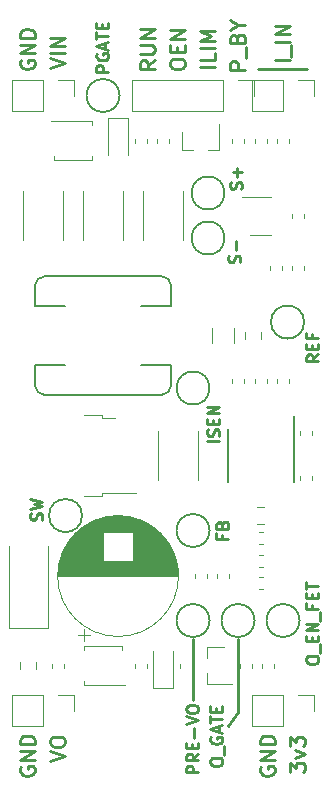
<source format=gbr>
G04 #@! TF.GenerationSoftware,KiCad,Pcbnew,(5.1.2)-2*
G04 #@! TF.CreationDate,2019-08-30T17:03:03-04:00*
G04 #@! TF.ProjectId,Charger SubBoard 0-2,43686172-6765-4722-9053-7562426f6172,rev?*
G04 #@! TF.SameCoordinates,Original*
G04 #@! TF.FileFunction,Legend,Top*
G04 #@! TF.FilePolarity,Positive*
%FSLAX46Y46*%
G04 Gerber Fmt 4.6, Leading zero omitted, Abs format (unit mm)*
G04 Created by KiCad (PCBNEW (5.1.2)-2) date 2019-08-30 17:03:03*
%MOMM*%
%LPD*%
G04 APERTURE LIST*
%ADD10C,0.254000*%
%ADD11C,0.120000*%
%ADD12C,0.200000*%
%ADD13C,0.150000*%
G04 APERTURE END LIST*
D10*
X164543619Y-103728761D02*
X164543619Y-103535238D01*
X164592000Y-103438476D01*
X164688761Y-103341714D01*
X164882285Y-103293333D01*
X165220952Y-103293333D01*
X165414476Y-103341714D01*
X165511238Y-103438476D01*
X165559619Y-103535238D01*
X165559619Y-103728761D01*
X165511238Y-103825523D01*
X165414476Y-103922285D01*
X165220952Y-103970666D01*
X164882285Y-103970666D01*
X164688761Y-103922285D01*
X164592000Y-103825523D01*
X164543619Y-103728761D01*
X165656380Y-103099809D02*
X165656380Y-102325714D01*
X165027428Y-102083809D02*
X165027428Y-101745142D01*
X165559619Y-101600000D02*
X165559619Y-102083809D01*
X164543619Y-102083809D01*
X164543619Y-101600000D01*
X165559619Y-101164571D02*
X164543619Y-101164571D01*
X165559619Y-100584000D01*
X164543619Y-100584000D01*
X165656380Y-100342095D02*
X165656380Y-99568000D01*
X165027428Y-98987428D02*
X165027428Y-99326095D01*
X165559619Y-99326095D02*
X164543619Y-99326095D01*
X164543619Y-98842285D01*
X165027428Y-98455238D02*
X165027428Y-98116571D01*
X165559619Y-97971428D02*
X165559619Y-98455238D01*
X164543619Y-98455238D01*
X164543619Y-97971428D01*
X164543619Y-97681142D02*
X164543619Y-97100571D01*
X165559619Y-97390857D02*
X164543619Y-97390857D01*
X158750000Y-108077000D02*
X158750000Y-101854000D01*
X157861000Y-109220000D02*
X158750000Y-108077000D01*
X154940000Y-107061000D02*
X154940000Y-101854000D01*
X156415619Y-112382904D02*
X156415619Y-112189380D01*
X156464000Y-112092619D01*
X156560761Y-111995857D01*
X156754285Y-111947476D01*
X157092952Y-111947476D01*
X157286476Y-111995857D01*
X157383238Y-112092619D01*
X157431619Y-112189380D01*
X157431619Y-112382904D01*
X157383238Y-112479666D01*
X157286476Y-112576428D01*
X157092952Y-112624809D01*
X156754285Y-112624809D01*
X156560761Y-112576428D01*
X156464000Y-112479666D01*
X156415619Y-112382904D01*
X157528380Y-111753952D02*
X157528380Y-110979857D01*
X156464000Y-110205761D02*
X156415619Y-110302523D01*
X156415619Y-110447666D01*
X156464000Y-110592809D01*
X156560761Y-110689571D01*
X156657523Y-110737952D01*
X156851047Y-110786333D01*
X156996190Y-110786333D01*
X157189714Y-110737952D01*
X157286476Y-110689571D01*
X157383238Y-110592809D01*
X157431619Y-110447666D01*
X157431619Y-110350904D01*
X157383238Y-110205761D01*
X157334857Y-110157380D01*
X156996190Y-110157380D01*
X156996190Y-110350904D01*
X157141333Y-109770333D02*
X157141333Y-109286523D01*
X157431619Y-109867095D02*
X156415619Y-109528428D01*
X157431619Y-109189761D01*
X156415619Y-108996238D02*
X156415619Y-108415666D01*
X157431619Y-108705952D02*
X156415619Y-108705952D01*
X156899428Y-108077000D02*
X156899428Y-107738333D01*
X157431619Y-107593190D02*
X157431619Y-108077000D01*
X156415619Y-108077000D01*
X156415619Y-107593190D01*
X155399619Y-113193285D02*
X154383619Y-113193285D01*
X154383619Y-112806238D01*
X154432000Y-112709476D01*
X154480380Y-112661095D01*
X154577142Y-112612714D01*
X154722285Y-112612714D01*
X154819047Y-112661095D01*
X154867428Y-112709476D01*
X154915809Y-112806238D01*
X154915809Y-113193285D01*
X155399619Y-111596714D02*
X154915809Y-111935380D01*
X155399619Y-112177285D02*
X154383619Y-112177285D01*
X154383619Y-111790238D01*
X154432000Y-111693476D01*
X154480380Y-111645095D01*
X154577142Y-111596714D01*
X154722285Y-111596714D01*
X154819047Y-111645095D01*
X154867428Y-111693476D01*
X154915809Y-111790238D01*
X154915809Y-112177285D01*
X154867428Y-111161285D02*
X154867428Y-110822619D01*
X155399619Y-110677476D02*
X155399619Y-111161285D01*
X154383619Y-111161285D01*
X154383619Y-110677476D01*
X155012571Y-110242047D02*
X155012571Y-109467952D01*
X154383619Y-109129285D02*
X155399619Y-108790619D01*
X154383619Y-108451952D01*
X154383619Y-107919761D02*
X154383619Y-107726238D01*
X154432000Y-107629476D01*
X154528761Y-107532714D01*
X154722285Y-107484333D01*
X155060952Y-107484333D01*
X155254476Y-107532714D01*
X155351238Y-107629476D01*
X155399619Y-107726238D01*
X155399619Y-107919761D01*
X155351238Y-108016523D01*
X155254476Y-108113285D01*
X155060952Y-108161666D01*
X154722285Y-108161666D01*
X154528761Y-108113285D01*
X154432000Y-108016523D01*
X154383619Y-107919761D01*
X142143238Y-91802857D02*
X142191619Y-91657714D01*
X142191619Y-91415809D01*
X142143238Y-91319047D01*
X142094857Y-91270666D01*
X141998095Y-91222285D01*
X141901333Y-91222285D01*
X141804571Y-91270666D01*
X141756190Y-91319047D01*
X141707809Y-91415809D01*
X141659428Y-91609333D01*
X141611047Y-91706095D01*
X141562666Y-91754476D01*
X141465904Y-91802857D01*
X141369142Y-91802857D01*
X141272380Y-91754476D01*
X141224000Y-91706095D01*
X141175619Y-91609333D01*
X141175619Y-91367428D01*
X141224000Y-91222285D01*
X141175619Y-90883619D02*
X142191619Y-90641714D01*
X141465904Y-90448190D01*
X142191619Y-90254666D01*
X141175619Y-90012761D01*
X157407428Y-93072857D02*
X157407428Y-93411523D01*
X157939619Y-93411523D02*
X156923619Y-93411523D01*
X156923619Y-92927714D01*
X157407428Y-92202000D02*
X157455809Y-92056857D01*
X157504190Y-92008476D01*
X157600952Y-91960095D01*
X157746095Y-91960095D01*
X157842857Y-92008476D01*
X157891238Y-92056857D01*
X157939619Y-92153619D01*
X157939619Y-92540666D01*
X156923619Y-92540666D01*
X156923619Y-92202000D01*
X156972000Y-92105238D01*
X157020380Y-92056857D01*
X157117142Y-92008476D01*
X157213904Y-92008476D01*
X157310666Y-92056857D01*
X157359047Y-92105238D01*
X157407428Y-92202000D01*
X157407428Y-92540666D01*
X157177619Y-85168619D02*
X156161619Y-85168619D01*
X157129238Y-84733190D02*
X157177619Y-84588047D01*
X157177619Y-84346142D01*
X157129238Y-84249380D01*
X157080857Y-84201000D01*
X156984095Y-84152619D01*
X156887333Y-84152619D01*
X156790571Y-84201000D01*
X156742190Y-84249380D01*
X156693809Y-84346142D01*
X156645428Y-84539666D01*
X156597047Y-84636428D01*
X156548666Y-84684809D01*
X156451904Y-84733190D01*
X156355142Y-84733190D01*
X156258380Y-84684809D01*
X156210000Y-84636428D01*
X156161619Y-84539666D01*
X156161619Y-84297761D01*
X156210000Y-84152619D01*
X156645428Y-83717190D02*
X156645428Y-83378523D01*
X157177619Y-83233380D02*
X157177619Y-83717190D01*
X156161619Y-83717190D01*
X156161619Y-83233380D01*
X157177619Y-82797952D02*
X156161619Y-82797952D01*
X157177619Y-82217380D01*
X156161619Y-82217380D01*
X165559619Y-77796571D02*
X165075809Y-78135238D01*
X165559619Y-78377142D02*
X164543619Y-78377142D01*
X164543619Y-77990095D01*
X164592000Y-77893333D01*
X164640380Y-77844952D01*
X164737142Y-77796571D01*
X164882285Y-77796571D01*
X164979047Y-77844952D01*
X165027428Y-77893333D01*
X165075809Y-77990095D01*
X165075809Y-78377142D01*
X165027428Y-77361142D02*
X165027428Y-77022476D01*
X165559619Y-76877333D02*
X165559619Y-77361142D01*
X164543619Y-77361142D01*
X164543619Y-76877333D01*
X165027428Y-76103238D02*
X165027428Y-76441904D01*
X165559619Y-76441904D02*
X164543619Y-76441904D01*
X164543619Y-75958095D01*
X158907238Y-70007238D02*
X158955619Y-69862095D01*
X158955619Y-69620190D01*
X158907238Y-69523428D01*
X158858857Y-69475047D01*
X158762095Y-69426666D01*
X158665333Y-69426666D01*
X158568571Y-69475047D01*
X158520190Y-69523428D01*
X158471809Y-69620190D01*
X158423428Y-69813714D01*
X158375047Y-69910476D01*
X158326666Y-69958857D01*
X158229904Y-70007238D01*
X158133142Y-70007238D01*
X158036380Y-69958857D01*
X157988000Y-69910476D01*
X157939619Y-69813714D01*
X157939619Y-69571809D01*
X157988000Y-69426666D01*
X158568571Y-68991238D02*
X158568571Y-68217142D01*
X159034238Y-63784238D02*
X159082619Y-63639095D01*
X159082619Y-63397190D01*
X159034238Y-63300428D01*
X158985857Y-63252047D01*
X158889095Y-63203666D01*
X158792333Y-63203666D01*
X158695571Y-63252047D01*
X158647190Y-63300428D01*
X158598809Y-63397190D01*
X158550428Y-63590714D01*
X158502047Y-63687476D01*
X158453666Y-63735857D01*
X158356904Y-63784238D01*
X158260142Y-63784238D01*
X158163380Y-63735857D01*
X158115000Y-63687476D01*
X158066619Y-63590714D01*
X158066619Y-63348809D01*
X158115000Y-63203666D01*
X158695571Y-62768238D02*
X158695571Y-61994142D01*
X159082619Y-62381190D02*
X158308523Y-62381190D01*
X147779619Y-53872190D02*
X146763619Y-53872190D01*
X146763619Y-53485142D01*
X146812000Y-53388380D01*
X146860380Y-53340000D01*
X146957142Y-53291619D01*
X147102285Y-53291619D01*
X147199047Y-53340000D01*
X147247428Y-53388380D01*
X147295809Y-53485142D01*
X147295809Y-53872190D01*
X146812000Y-52324000D02*
X146763619Y-52420761D01*
X146763619Y-52565904D01*
X146812000Y-52711047D01*
X146908761Y-52807809D01*
X147005523Y-52856190D01*
X147199047Y-52904571D01*
X147344190Y-52904571D01*
X147537714Y-52856190D01*
X147634476Y-52807809D01*
X147731238Y-52711047D01*
X147779619Y-52565904D01*
X147779619Y-52469142D01*
X147731238Y-52324000D01*
X147682857Y-52275619D01*
X147344190Y-52275619D01*
X147344190Y-52469142D01*
X147489333Y-51888571D02*
X147489333Y-51404761D01*
X147779619Y-51985333D02*
X146763619Y-51646666D01*
X147779619Y-51308000D01*
X146763619Y-51114476D02*
X146763619Y-50533904D01*
X147779619Y-50824190D02*
X146763619Y-50824190D01*
X147247428Y-50195238D02*
X147247428Y-49856571D01*
X147779619Y-49711428D02*
X147779619Y-50195238D01*
X146763619Y-50195238D01*
X146763619Y-49711428D01*
X163134523Y-113144904D02*
X163134523Y-112358714D01*
X163618333Y-112782047D01*
X163618333Y-112600619D01*
X163678809Y-112479666D01*
X163739285Y-112419190D01*
X163860238Y-112358714D01*
X164162619Y-112358714D01*
X164283571Y-112419190D01*
X164344047Y-112479666D01*
X164404523Y-112600619D01*
X164404523Y-112963476D01*
X164344047Y-113084428D01*
X164283571Y-113144904D01*
X163557857Y-111935380D02*
X164404523Y-111633000D01*
X163557857Y-111330619D01*
X163134523Y-110967761D02*
X163134523Y-110181571D01*
X163618333Y-110604904D01*
X163618333Y-110423476D01*
X163678809Y-110302523D01*
X163739285Y-110242047D01*
X163860238Y-110181571D01*
X164162619Y-110181571D01*
X164283571Y-110242047D01*
X164344047Y-110302523D01*
X164404523Y-110423476D01*
X164404523Y-110786333D01*
X164344047Y-110907285D01*
X164283571Y-110967761D01*
X160655000Y-112727619D02*
X160594523Y-112848571D01*
X160594523Y-113030000D01*
X160655000Y-113211428D01*
X160775952Y-113332380D01*
X160896904Y-113392857D01*
X161138809Y-113453333D01*
X161320238Y-113453333D01*
X161562142Y-113392857D01*
X161683095Y-113332380D01*
X161804047Y-113211428D01*
X161864523Y-113030000D01*
X161864523Y-112909047D01*
X161804047Y-112727619D01*
X161743571Y-112667142D01*
X161320238Y-112667142D01*
X161320238Y-112909047D01*
X161864523Y-112122857D02*
X160594523Y-112122857D01*
X161864523Y-111397142D01*
X160594523Y-111397142D01*
X161864523Y-110792380D02*
X160594523Y-110792380D01*
X160594523Y-110490000D01*
X160655000Y-110308571D01*
X160775952Y-110187619D01*
X160896904Y-110127142D01*
X161138809Y-110066666D01*
X161320238Y-110066666D01*
X161562142Y-110127142D01*
X161683095Y-110187619D01*
X161804047Y-110308571D01*
X161864523Y-110490000D01*
X161864523Y-110792380D01*
X142814523Y-112213571D02*
X144084523Y-111790238D01*
X142814523Y-111366904D01*
X142814523Y-110701666D02*
X142814523Y-110459761D01*
X142875000Y-110338809D01*
X142995952Y-110217857D01*
X143237857Y-110157380D01*
X143661190Y-110157380D01*
X143903095Y-110217857D01*
X144024047Y-110338809D01*
X144084523Y-110459761D01*
X144084523Y-110701666D01*
X144024047Y-110822619D01*
X143903095Y-110943571D01*
X143661190Y-111004047D01*
X143237857Y-111004047D01*
X142995952Y-110943571D01*
X142875000Y-110822619D01*
X142814523Y-110701666D01*
X140335000Y-112727619D02*
X140274523Y-112848571D01*
X140274523Y-113030000D01*
X140335000Y-113211428D01*
X140455952Y-113332380D01*
X140576904Y-113392857D01*
X140818809Y-113453333D01*
X141000238Y-113453333D01*
X141242142Y-113392857D01*
X141363095Y-113332380D01*
X141484047Y-113211428D01*
X141544523Y-113030000D01*
X141544523Y-112909047D01*
X141484047Y-112727619D01*
X141423571Y-112667142D01*
X141000238Y-112667142D01*
X141000238Y-112909047D01*
X141544523Y-112122857D02*
X140274523Y-112122857D01*
X141544523Y-111397142D01*
X140274523Y-111397142D01*
X141544523Y-110792380D02*
X140274523Y-110792380D01*
X140274523Y-110490000D01*
X140335000Y-110308571D01*
X140455952Y-110187619D01*
X140576904Y-110127142D01*
X140818809Y-110066666D01*
X141000238Y-110066666D01*
X141242142Y-110127142D01*
X141363095Y-110187619D01*
X141484047Y-110308571D01*
X141544523Y-110490000D01*
X141544523Y-110792380D01*
X160401000Y-53594000D02*
X164592000Y-53594000D01*
X163134523Y-52886428D02*
X161864523Y-52886428D01*
X163255476Y-52584047D02*
X163255476Y-51616428D01*
X163134523Y-51314047D02*
X161864523Y-51314047D01*
X163134523Y-50709285D02*
X161864523Y-50709285D01*
X163134523Y-49983571D01*
X161864523Y-49983571D01*
X159324523Y-53684714D02*
X158054523Y-53684714D01*
X158054523Y-53200904D01*
X158115000Y-53079952D01*
X158175476Y-53019476D01*
X158296428Y-52959000D01*
X158477857Y-52959000D01*
X158598809Y-53019476D01*
X158659285Y-53079952D01*
X158719761Y-53200904D01*
X158719761Y-53684714D01*
X159445476Y-52717095D02*
X159445476Y-51749476D01*
X158659285Y-51023761D02*
X158719761Y-50842333D01*
X158780238Y-50781857D01*
X158901190Y-50721380D01*
X159082619Y-50721380D01*
X159203571Y-50781857D01*
X159264047Y-50842333D01*
X159324523Y-50963285D01*
X159324523Y-51447095D01*
X158054523Y-51447095D01*
X158054523Y-51023761D01*
X158115000Y-50902809D01*
X158175476Y-50842333D01*
X158296428Y-50781857D01*
X158417380Y-50781857D01*
X158538333Y-50842333D01*
X158598809Y-50902809D01*
X158659285Y-51023761D01*
X158659285Y-51447095D01*
X158719761Y-49935190D02*
X159324523Y-49935190D01*
X158054523Y-50358523D02*
X158719761Y-49935190D01*
X158054523Y-49511857D01*
X156784523Y-53485142D02*
X155514523Y-53485142D01*
X156784523Y-52275619D02*
X156784523Y-52880380D01*
X155514523Y-52880380D01*
X156784523Y-51852285D02*
X155514523Y-51852285D01*
X156784523Y-51247523D02*
X155514523Y-51247523D01*
X156421666Y-50824190D01*
X155514523Y-50400857D01*
X156784523Y-50400857D01*
X152974523Y-53303714D02*
X152974523Y-53061809D01*
X153035000Y-52940857D01*
X153155952Y-52819904D01*
X153397857Y-52759428D01*
X153821190Y-52759428D01*
X154063095Y-52819904D01*
X154184047Y-52940857D01*
X154244523Y-53061809D01*
X154244523Y-53303714D01*
X154184047Y-53424666D01*
X154063095Y-53545619D01*
X153821190Y-53606095D01*
X153397857Y-53606095D01*
X153155952Y-53545619D01*
X153035000Y-53424666D01*
X152974523Y-53303714D01*
X153579285Y-52215142D02*
X153579285Y-51791809D01*
X154244523Y-51610380D02*
X154244523Y-52215142D01*
X152974523Y-52215142D01*
X152974523Y-51610380D01*
X154244523Y-51066095D02*
X152974523Y-51066095D01*
X154244523Y-50340380D01*
X152974523Y-50340380D01*
X151704523Y-52880380D02*
X151099761Y-53303714D01*
X151704523Y-53606095D02*
X150434523Y-53606095D01*
X150434523Y-53122285D01*
X150495000Y-53001333D01*
X150555476Y-52940857D01*
X150676428Y-52880380D01*
X150857857Y-52880380D01*
X150978809Y-52940857D01*
X151039285Y-53001333D01*
X151099761Y-53122285D01*
X151099761Y-53606095D01*
X150434523Y-52336095D02*
X151462619Y-52336095D01*
X151583571Y-52275619D01*
X151644047Y-52215142D01*
X151704523Y-52094190D01*
X151704523Y-51852285D01*
X151644047Y-51731333D01*
X151583571Y-51670857D01*
X151462619Y-51610380D01*
X150434523Y-51610380D01*
X151704523Y-51005619D02*
X150434523Y-51005619D01*
X151704523Y-50279904D01*
X150434523Y-50279904D01*
X142814523Y-53587952D02*
X144084523Y-53164619D01*
X142814523Y-52741285D01*
X144084523Y-52317952D02*
X142814523Y-52317952D01*
X144084523Y-51713190D02*
X142814523Y-51713190D01*
X144084523Y-50987476D01*
X142814523Y-50987476D01*
X140335000Y-52910619D02*
X140274523Y-53031571D01*
X140274523Y-53213000D01*
X140335000Y-53394428D01*
X140455952Y-53515380D01*
X140576904Y-53575857D01*
X140818809Y-53636333D01*
X141000238Y-53636333D01*
X141242142Y-53575857D01*
X141363095Y-53515380D01*
X141484047Y-53394428D01*
X141544523Y-53213000D01*
X141544523Y-53092047D01*
X141484047Y-52910619D01*
X141423571Y-52850142D01*
X141000238Y-52850142D01*
X141000238Y-53092047D01*
X141544523Y-52305857D02*
X140274523Y-52305857D01*
X141544523Y-51580142D01*
X140274523Y-51580142D01*
X141544523Y-50975380D02*
X140274523Y-50975380D01*
X140274523Y-50673000D01*
X140335000Y-50491571D01*
X140455952Y-50370619D01*
X140576904Y-50310142D01*
X140818809Y-50249666D01*
X141000238Y-50249666D01*
X141242142Y-50310142D01*
X141363095Y-50370619D01*
X141484047Y-50491571D01*
X141544523Y-50673000D01*
X141544523Y-50975380D01*
D11*
G04 #@! TO.C,R21*
X164340000Y-70656267D02*
X164340000Y-70313733D01*
X163320000Y-70656267D02*
X163320000Y-70313733D01*
G04 #@! TO.C,C11*
X162435000Y-70656267D02*
X162435000Y-70313733D01*
X161415000Y-70656267D02*
X161415000Y-70313733D01*
D12*
G04 #@! TO.C,L1*
X144070000Y-78699999D02*
X141570000Y-78700000D01*
X141570000Y-73700001D02*
X144070000Y-73700001D01*
X141570000Y-71950000D02*
X141570000Y-73700001D01*
X141570000Y-71950000D02*
G75*
G02X142320000Y-71200000I750000J0D01*
G01*
X152320000Y-71200000D02*
X142320000Y-71200000D01*
X152320000Y-71200000D02*
G75*
G02X153070000Y-71950000I0J-750000D01*
G01*
X153070000Y-73700000D02*
X153070000Y-71950000D01*
X150569999Y-73700001D02*
X153070000Y-73700000D01*
X153070000Y-78699999D02*
X150569999Y-78700000D01*
X153070000Y-80450000D02*
X153070000Y-78699999D01*
X153070000Y-80450000D02*
G75*
G02X152320000Y-81200000I-750000J0D01*
G01*
X142320000Y-81200000D02*
X152320000Y-81200000D01*
X142320000Y-81200000D02*
G75*
G02X141570000Y-80450000I0J750000D01*
G01*
X141570000Y-78700000D02*
X141570000Y-80450000D01*
X153070000Y-80450000D02*
X153070000Y-78699999D01*
X141570000Y-73700001D02*
X144070000Y-73700001D01*
X141570000Y-71950000D02*
X141570000Y-73700001D01*
X141570000Y-71950000D02*
G75*
G02X142320000Y-71200000I750000J0D01*
G01*
X152320000Y-71200000D02*
X142320000Y-71200000D01*
X152320000Y-71200000D02*
G75*
G02X153070000Y-71950000I0J-750000D01*
G01*
X153070000Y-73700000D02*
X153070000Y-71950000D01*
X150569999Y-73700001D02*
X153070000Y-73700000D01*
X153070000Y-78699999D02*
X150569999Y-78700000D01*
X153070000Y-80450000D02*
X153070000Y-78699999D01*
X153070000Y-80450000D02*
G75*
G02X152320000Y-81200000I-750000J0D01*
G01*
X142320000Y-81200000D02*
X152320000Y-81200000D01*
X142320000Y-81200000D02*
G75*
G02X141570000Y-80450000I0J750000D01*
G01*
X141570000Y-78700000D02*
X141570000Y-80450000D01*
X144070000Y-78699999D02*
X141570000Y-78700000D01*
D11*
G04 #@! TO.C,C7*
X145215000Y-101539646D02*
X146215000Y-101539646D01*
X145715000Y-102039646D02*
X145715000Y-101039646D01*
X147991000Y-91479000D02*
X149189000Y-91479000D01*
X147728000Y-91519000D02*
X149452000Y-91519000D01*
X147528000Y-91559000D02*
X149652000Y-91559000D01*
X147360000Y-91599000D02*
X149820000Y-91599000D01*
X147212000Y-91639000D02*
X149968000Y-91639000D01*
X147080000Y-91679000D02*
X150100000Y-91679000D01*
X146960000Y-91719000D02*
X150220000Y-91719000D01*
X146848000Y-91759000D02*
X150332000Y-91759000D01*
X146744000Y-91799000D02*
X150436000Y-91799000D01*
X146646000Y-91839000D02*
X150534000Y-91839000D01*
X146553000Y-91879000D02*
X150627000Y-91879000D01*
X146465000Y-91919000D02*
X150715000Y-91919000D01*
X146381000Y-91959000D02*
X150799000Y-91959000D01*
X146301000Y-91999000D02*
X150879000Y-91999000D01*
X146225000Y-92039000D02*
X150955000Y-92039000D01*
X146151000Y-92079000D02*
X151029000Y-92079000D01*
X146080000Y-92119000D02*
X151100000Y-92119000D01*
X146011000Y-92159000D02*
X151169000Y-92159000D01*
X145945000Y-92199000D02*
X151235000Y-92199000D01*
X145881000Y-92239000D02*
X151299000Y-92239000D01*
X145820000Y-92279000D02*
X151360000Y-92279000D01*
X145760000Y-92319000D02*
X151420000Y-92319000D01*
X145701000Y-92359000D02*
X151479000Y-92359000D01*
X145645000Y-92399000D02*
X151535000Y-92399000D01*
X145590000Y-92439000D02*
X151590000Y-92439000D01*
X145536000Y-92479000D02*
X151644000Y-92479000D01*
X145484000Y-92519000D02*
X151696000Y-92519000D01*
X145434000Y-92559000D02*
X151746000Y-92559000D01*
X145384000Y-92599000D02*
X151796000Y-92599000D01*
X145336000Y-92639000D02*
X151844000Y-92639000D01*
X145289000Y-92679000D02*
X151891000Y-92679000D01*
X145243000Y-92719000D02*
X151937000Y-92719000D01*
X145198000Y-92759000D02*
X151982000Y-92759000D01*
X145154000Y-92799000D02*
X152026000Y-92799000D01*
X149831000Y-92839000D02*
X152068000Y-92839000D01*
X145112000Y-92839000D02*
X147349000Y-92839000D01*
X149831000Y-92879000D02*
X152110000Y-92879000D01*
X145070000Y-92879000D02*
X147349000Y-92879000D01*
X149831000Y-92919000D02*
X152151000Y-92919000D01*
X145029000Y-92919000D02*
X147349000Y-92919000D01*
X149831000Y-92959000D02*
X152191000Y-92959000D01*
X144989000Y-92959000D02*
X147349000Y-92959000D01*
X149831000Y-92999000D02*
X152230000Y-92999000D01*
X144950000Y-92999000D02*
X147349000Y-92999000D01*
X149831000Y-93039000D02*
X152269000Y-93039000D01*
X144911000Y-93039000D02*
X147349000Y-93039000D01*
X149831000Y-93079000D02*
X152306000Y-93079000D01*
X144874000Y-93079000D02*
X147349000Y-93079000D01*
X149831000Y-93119000D02*
X152343000Y-93119000D01*
X144837000Y-93119000D02*
X147349000Y-93119000D01*
X149831000Y-93159000D02*
X152379000Y-93159000D01*
X144801000Y-93159000D02*
X147349000Y-93159000D01*
X149831000Y-93199000D02*
X152414000Y-93199000D01*
X144766000Y-93199000D02*
X147349000Y-93199000D01*
X149831000Y-93239000D02*
X152448000Y-93239000D01*
X144732000Y-93239000D02*
X147349000Y-93239000D01*
X149831000Y-93279000D02*
X152482000Y-93279000D01*
X144698000Y-93279000D02*
X147349000Y-93279000D01*
X149831000Y-93319000D02*
X152515000Y-93319000D01*
X144665000Y-93319000D02*
X147349000Y-93319000D01*
X149831000Y-93359000D02*
X152547000Y-93359000D01*
X144633000Y-93359000D02*
X147349000Y-93359000D01*
X149831000Y-93399000D02*
X152579000Y-93399000D01*
X144601000Y-93399000D02*
X147349000Y-93399000D01*
X149831000Y-93439000D02*
X152610000Y-93439000D01*
X144570000Y-93439000D02*
X147349000Y-93439000D01*
X149831000Y-93479000D02*
X152640000Y-93479000D01*
X144540000Y-93479000D02*
X147349000Y-93479000D01*
X149831000Y-93519000D02*
X152670000Y-93519000D01*
X144510000Y-93519000D02*
X147349000Y-93519000D01*
X149831000Y-93559000D02*
X152700000Y-93559000D01*
X144480000Y-93559000D02*
X147349000Y-93559000D01*
X149831000Y-93599000D02*
X152728000Y-93599000D01*
X144452000Y-93599000D02*
X147349000Y-93599000D01*
X149831000Y-93639000D02*
X152756000Y-93639000D01*
X144424000Y-93639000D02*
X147349000Y-93639000D01*
X149831000Y-93679000D02*
X152784000Y-93679000D01*
X144396000Y-93679000D02*
X147349000Y-93679000D01*
X149831000Y-93719000D02*
X152811000Y-93719000D01*
X144369000Y-93719000D02*
X147349000Y-93719000D01*
X149831000Y-93759000D02*
X152837000Y-93759000D01*
X144343000Y-93759000D02*
X147349000Y-93759000D01*
X149831000Y-93799000D02*
X152863000Y-93799000D01*
X144317000Y-93799000D02*
X147349000Y-93799000D01*
X149831000Y-93839000D02*
X152888000Y-93839000D01*
X144292000Y-93839000D02*
X147349000Y-93839000D01*
X149831000Y-93879000D02*
X152913000Y-93879000D01*
X144267000Y-93879000D02*
X147349000Y-93879000D01*
X149831000Y-93919000D02*
X152937000Y-93919000D01*
X144243000Y-93919000D02*
X147349000Y-93919000D01*
X149831000Y-93959000D02*
X152961000Y-93959000D01*
X144219000Y-93959000D02*
X147349000Y-93959000D01*
X149831000Y-93999000D02*
X152985000Y-93999000D01*
X144195000Y-93999000D02*
X147349000Y-93999000D01*
X149831000Y-94039000D02*
X153007000Y-94039000D01*
X144173000Y-94039000D02*
X147349000Y-94039000D01*
X149831000Y-94079000D02*
X153030000Y-94079000D01*
X144150000Y-94079000D02*
X147349000Y-94079000D01*
X149831000Y-94119000D02*
X153052000Y-94119000D01*
X144128000Y-94119000D02*
X147349000Y-94119000D01*
X149831000Y-94159000D02*
X153073000Y-94159000D01*
X144107000Y-94159000D02*
X147349000Y-94159000D01*
X149831000Y-94199000D02*
X153094000Y-94199000D01*
X144086000Y-94199000D02*
X147349000Y-94199000D01*
X149831000Y-94239000D02*
X153115000Y-94239000D01*
X144065000Y-94239000D02*
X147349000Y-94239000D01*
X149831000Y-94279000D02*
X153135000Y-94279000D01*
X144045000Y-94279000D02*
X147349000Y-94279000D01*
X149831000Y-94319000D02*
X153154000Y-94319000D01*
X144026000Y-94319000D02*
X147349000Y-94319000D01*
X149831000Y-94359000D02*
X153174000Y-94359000D01*
X144006000Y-94359000D02*
X147349000Y-94359000D01*
X149831000Y-94399000D02*
X153193000Y-94399000D01*
X143987000Y-94399000D02*
X147349000Y-94399000D01*
X149831000Y-94439000D02*
X153211000Y-94439000D01*
X143969000Y-94439000D02*
X147349000Y-94439000D01*
X149831000Y-94479000D02*
X153229000Y-94479000D01*
X143951000Y-94479000D02*
X147349000Y-94479000D01*
X149831000Y-94519000D02*
X153247000Y-94519000D01*
X143933000Y-94519000D02*
X147349000Y-94519000D01*
X149831000Y-94559000D02*
X153264000Y-94559000D01*
X143916000Y-94559000D02*
X147349000Y-94559000D01*
X149831000Y-94599000D02*
X153280000Y-94599000D01*
X143900000Y-94599000D02*
X147349000Y-94599000D01*
X149831000Y-94639000D02*
X153297000Y-94639000D01*
X143883000Y-94639000D02*
X147349000Y-94639000D01*
X149831000Y-94679000D02*
X153313000Y-94679000D01*
X143867000Y-94679000D02*
X147349000Y-94679000D01*
X149831000Y-94719000D02*
X153328000Y-94719000D01*
X143852000Y-94719000D02*
X147349000Y-94719000D01*
X149831000Y-94759000D02*
X153344000Y-94759000D01*
X143836000Y-94759000D02*
X147349000Y-94759000D01*
X149831000Y-94799000D02*
X153358000Y-94799000D01*
X143822000Y-94799000D02*
X147349000Y-94799000D01*
X149831000Y-94839000D02*
X153373000Y-94839000D01*
X143807000Y-94839000D02*
X147349000Y-94839000D01*
X149831000Y-94879000D02*
X153387000Y-94879000D01*
X143793000Y-94879000D02*
X147349000Y-94879000D01*
X149831000Y-94919000D02*
X153401000Y-94919000D01*
X143779000Y-94919000D02*
X147349000Y-94919000D01*
X149831000Y-94959000D02*
X153414000Y-94959000D01*
X143766000Y-94959000D02*
X147349000Y-94959000D01*
X149831000Y-94999000D02*
X153427000Y-94999000D01*
X143753000Y-94999000D02*
X147349000Y-94999000D01*
X149831000Y-95039000D02*
X153440000Y-95039000D01*
X143740000Y-95039000D02*
X147349000Y-95039000D01*
X149831000Y-95079000D02*
X153452000Y-95079000D01*
X143728000Y-95079000D02*
X147349000Y-95079000D01*
X149831000Y-95119000D02*
X153464000Y-95119000D01*
X143716000Y-95119000D02*
X147349000Y-95119000D01*
X149831000Y-95159000D02*
X153475000Y-95159000D01*
X143705000Y-95159000D02*
X147349000Y-95159000D01*
X149831000Y-95199000D02*
X153487000Y-95199000D01*
X143693000Y-95199000D02*
X147349000Y-95199000D01*
X149831000Y-95239000D02*
X153497000Y-95239000D01*
X143683000Y-95239000D02*
X147349000Y-95239000D01*
X149831000Y-95279000D02*
X153508000Y-95279000D01*
X143672000Y-95279000D02*
X147349000Y-95279000D01*
X143662000Y-95319000D02*
X153518000Y-95319000D01*
X143652000Y-95359000D02*
X153528000Y-95359000D01*
X143643000Y-95399000D02*
X153537000Y-95399000D01*
X143634000Y-95439000D02*
X153546000Y-95439000D01*
X143625000Y-95479000D02*
X153555000Y-95479000D01*
X143616000Y-95519000D02*
X153564000Y-95519000D01*
X143608000Y-95559000D02*
X153572000Y-95559000D01*
X143600000Y-95599000D02*
X153580000Y-95599000D01*
X143593000Y-95639000D02*
X153587000Y-95639000D01*
X143586000Y-95679000D02*
X153594000Y-95679000D01*
X143579000Y-95719000D02*
X153601000Y-95719000D01*
X143572000Y-95759000D02*
X153608000Y-95759000D01*
X143566000Y-95799000D02*
X153614000Y-95799000D01*
X143560000Y-95839000D02*
X153620000Y-95839000D01*
X143555000Y-95880000D02*
X153625000Y-95880000D01*
X143550000Y-95920000D02*
X153630000Y-95920000D01*
X143545000Y-95960000D02*
X153635000Y-95960000D01*
X143540000Y-96000000D02*
X153640000Y-96000000D01*
X143536000Y-96040000D02*
X153644000Y-96040000D01*
X143532000Y-96080000D02*
X153648000Y-96080000D01*
X143528000Y-96120000D02*
X153652000Y-96120000D01*
X143525000Y-96160000D02*
X153655000Y-96160000D01*
X143522000Y-96200000D02*
X153658000Y-96200000D01*
X143520000Y-96240000D02*
X153660000Y-96240000D01*
X143517000Y-96280000D02*
X153663000Y-96280000D01*
X143515000Y-96320000D02*
X153665000Y-96320000D01*
X143513000Y-96360000D02*
X153667000Y-96360000D01*
X143512000Y-96400000D02*
X153668000Y-96400000D01*
X143511000Y-96440000D02*
X153669000Y-96440000D01*
X143510000Y-96480000D02*
X153670000Y-96480000D01*
X143510000Y-96520000D02*
X153670000Y-96520000D01*
X143510000Y-96560000D02*
X153670000Y-96560000D01*
X153710000Y-96560000D02*
G75*
G03X153710000Y-96560000I-5120000J0D01*
G01*
D13*
G04 #@! TO.C,U2*
X163480000Y-82985000D02*
X163480000Y-88610000D01*
X157930000Y-84110000D02*
X157930000Y-88610000D01*
D11*
G04 #@! TO.C,U1*
X161555000Y-64430000D02*
X159105000Y-64430000D01*
X159755000Y-67650000D02*
X161555000Y-67650000D01*
D13*
G04 #@! TO.C,TP10*
X160150000Y-100330000D02*
G75*
G03X160150000Y-100330000I-1400000J0D01*
G01*
G04 #@! TO.C,TP9*
X164341000Y-75057000D02*
G75*
G03X164341000Y-75057000I-1400000J0D01*
G01*
G04 #@! TO.C,TP8*
X156340000Y-100330000D02*
G75*
G03X156340000Y-100330000I-1400000J0D01*
G01*
G04 #@! TO.C,TP7*
X163960000Y-100330000D02*
G75*
G03X163960000Y-100330000I-1400000J0D01*
G01*
G04 #@! TO.C,TP6*
X156340000Y-92710000D02*
G75*
G03X156340000Y-92710000I-1400000J0D01*
G01*
G04 #@! TO.C,TP5*
X156340000Y-80645000D02*
G75*
G03X156340000Y-80645000I-1400000J0D01*
G01*
G04 #@! TO.C,TP4*
X145545000Y-91440000D02*
G75*
G03X145545000Y-91440000I-1400000J0D01*
G01*
G04 #@! TO.C,TP3*
X157610000Y-67945000D02*
G75*
G03X157610000Y-67945000I-1400000J0D01*
G01*
G04 #@! TO.C,TP2*
X157610000Y-64135000D02*
G75*
G03X157610000Y-64135000I-1400000J0D01*
G01*
G04 #@! TO.C,TP1*
X148720000Y-55880000D02*
G75*
G03X148720000Y-55880000I-1400000J0D01*
G01*
D11*
G04 #@! TO.C,R20*
X160826267Y-94740000D02*
X160483733Y-94740000D01*
X160826267Y-95760000D02*
X160483733Y-95760000D01*
G04 #@! TO.C,R19*
X151005000Y-104311267D02*
X151005000Y-103968733D01*
X149985000Y-104311267D02*
X149985000Y-103968733D01*
G04 #@! TO.C,R18*
X153795000Y-103968733D02*
X153795000Y-104311267D01*
X154815000Y-103968733D02*
X154815000Y-104311267D01*
G04 #@! TO.C,R17*
X158875000Y-103968733D02*
X158875000Y-104311267D01*
X159895000Y-103968733D02*
X159895000Y-104311267D01*
G04 #@! TO.C,R16*
X161800000Y-104311267D02*
X161800000Y-103968733D01*
X160780000Y-104311267D02*
X160780000Y-103968733D01*
G04 #@! TO.C,R15*
X164975000Y-84626267D02*
X164975000Y-84283733D01*
X163955000Y-84626267D02*
X163955000Y-84283733D01*
G04 #@! TO.C,R14*
X156970000Y-96348733D02*
X156970000Y-96691267D01*
X157990000Y-96348733D02*
X157990000Y-96691267D01*
G04 #@! TO.C,R13*
X156085000Y-96691267D02*
X156085000Y-96348733D01*
X155065000Y-96691267D02*
X155065000Y-96348733D01*
G04 #@! TO.C,R12*
X155380000Y-88412064D02*
X155380000Y-84307936D01*
X151960000Y-88412064D02*
X151960000Y-84307936D01*
G04 #@! TO.C,R11*
X163955000Y-88093733D02*
X163955000Y-88436267D01*
X164975000Y-88093733D02*
X164975000Y-88436267D01*
G04 #@! TO.C,R10*
X159260000Y-80181267D02*
X159260000Y-79838733D01*
X158240000Y-80181267D02*
X158240000Y-79838733D01*
G04 #@! TO.C,R9*
X154110000Y-68092064D02*
X154110000Y-63987936D01*
X150690000Y-68092064D02*
X150690000Y-63987936D01*
G04 #@! TO.C,R8*
X161165000Y-80181267D02*
X161165000Y-79838733D01*
X160145000Y-80181267D02*
X160145000Y-79838733D01*
G04 #@! TO.C,R7*
X163070000Y-80181267D02*
X163070000Y-79838733D01*
X162050000Y-80181267D02*
X162050000Y-79838733D01*
G04 #@! TO.C,R6*
X149030000Y-68092064D02*
X149030000Y-63987936D01*
X145610000Y-68092064D02*
X145610000Y-63987936D01*
G04 #@! TO.C,R5*
X152910000Y-59861267D02*
X152910000Y-59518733D01*
X151890000Y-59861267D02*
X151890000Y-59518733D01*
G04 #@! TO.C,R4*
X140530000Y-63987936D02*
X140530000Y-68092064D01*
X143950000Y-63987936D02*
X143950000Y-68092064D01*
G04 #@! TO.C,R3*
X158240000Y-59518733D02*
X158240000Y-59861267D01*
X159260000Y-59518733D02*
X159260000Y-59861267D01*
G04 #@! TO.C,R2*
X151005000Y-59861267D02*
X151005000Y-59518733D01*
X149985000Y-59861267D02*
X149985000Y-59518733D01*
G04 #@! TO.C,R1*
X161165000Y-59861267D02*
X161165000Y-59518733D01*
X160145000Y-59861267D02*
X160145000Y-59518733D01*
G04 #@! TO.C,Q5*
X145685000Y-105775000D02*
X145685000Y-105440000D01*
X145685000Y-102840000D02*
X145685000Y-102505000D01*
X148955000Y-102840000D02*
X148955000Y-102505000D01*
X148955000Y-102505000D02*
X145685000Y-102505000D01*
X149190000Y-105775000D02*
X145685000Y-105775000D01*
G04 #@! TO.C,Q4*
X156085000Y-102560000D02*
X157545000Y-102560000D01*
X156085000Y-105720000D02*
X158245000Y-105720000D01*
X156085000Y-105720000D02*
X156085000Y-104790000D01*
X156085000Y-102560000D02*
X156085000Y-103490000D01*
G04 #@! TO.C,Q3*
X147250000Y-83180000D02*
X148350000Y-83180000D01*
X147250000Y-82910000D02*
X147250000Y-83180000D01*
X145750000Y-82910000D02*
X147250000Y-82910000D01*
X147250000Y-89540000D02*
X150080000Y-89540000D01*
X147250000Y-89810000D02*
X147250000Y-89540000D01*
X145750000Y-89810000D02*
X147250000Y-89810000D01*
G04 #@! TO.C,Q2*
X146415000Y-58055000D02*
X146415000Y-58390000D01*
X146415000Y-60990000D02*
X146415000Y-61325000D01*
X143145000Y-60990000D02*
X143145000Y-61325000D01*
X143145000Y-61325000D02*
X146415000Y-61325000D01*
X142910000Y-58055000D02*
X146415000Y-58055000D01*
G04 #@! TO.C,Q1*
X153995000Y-60450000D02*
X153995000Y-58990000D01*
X157155000Y-60450000D02*
X157155000Y-58290000D01*
X157155000Y-60450000D02*
X156225000Y-60450000D01*
X153995000Y-60450000D02*
X154925000Y-60450000D01*
G04 #@! TO.C,J5*
X165160000Y-106620000D02*
X165160000Y-107950000D01*
X163830000Y-106620000D02*
X165160000Y-106620000D01*
X162560000Y-106620000D02*
X162560000Y-109280000D01*
X162560000Y-109280000D02*
X159960000Y-109280000D01*
X162560000Y-106620000D02*
X159960000Y-106620000D01*
X159960000Y-106620000D02*
X159960000Y-109280000D01*
G04 #@! TO.C,J4*
X144840000Y-106620000D02*
X144840000Y-107950000D01*
X143510000Y-106620000D02*
X144840000Y-106620000D01*
X142240000Y-106620000D02*
X142240000Y-109280000D01*
X142240000Y-109280000D02*
X139640000Y-109280000D01*
X142240000Y-106620000D02*
X139640000Y-106620000D01*
X139640000Y-106620000D02*
X139640000Y-109280000D01*
G04 #@! TO.C,J3*
X160080000Y-54550000D02*
X160080000Y-55880000D01*
X158750000Y-54550000D02*
X160080000Y-54550000D01*
X157480000Y-54550000D02*
X157480000Y-57210000D01*
X157480000Y-57210000D02*
X149800000Y-57210000D01*
X157480000Y-54550000D02*
X149800000Y-54550000D01*
X149800000Y-54550000D02*
X149800000Y-57210000D01*
G04 #@! TO.C,J2*
X144840000Y-54550000D02*
X144840000Y-55880000D01*
X143510000Y-54550000D02*
X144840000Y-54550000D01*
X142240000Y-54550000D02*
X142240000Y-57210000D01*
X142240000Y-57210000D02*
X139640000Y-57210000D01*
X142240000Y-54550000D02*
X139640000Y-54550000D01*
X139640000Y-54550000D02*
X139640000Y-57210000D01*
G04 #@! TO.C,J1*
X165160000Y-54550000D02*
X165160000Y-55880000D01*
X163830000Y-54550000D02*
X165160000Y-54550000D01*
X162560000Y-54550000D02*
X162560000Y-57210000D01*
X162560000Y-57210000D02*
X159960000Y-57210000D01*
X162560000Y-54550000D02*
X159960000Y-54550000D01*
X159960000Y-54550000D02*
X159960000Y-57210000D01*
G04 #@! TO.C,D3*
X151550000Y-106040000D02*
X151550000Y-102890000D01*
X153250000Y-106040000D02*
X153250000Y-102890000D01*
X151550000Y-106040000D02*
X153250000Y-106040000D01*
G04 #@! TO.C,D2*
X139320000Y-100920000D02*
X139320000Y-94020000D01*
X142620000Y-100920000D02*
X142620000Y-94020000D01*
X139320000Y-100920000D02*
X142620000Y-100920000D01*
G04 #@! TO.C,D1*
X149440000Y-57790000D02*
X149440000Y-60940000D01*
X147740000Y-57790000D02*
X147740000Y-60940000D01*
X149440000Y-57790000D02*
X147740000Y-57790000D01*
G04 #@! TO.C,C10*
X160483733Y-97665000D02*
X160826267Y-97665000D01*
X160483733Y-96645000D02*
X160826267Y-96645000D01*
G04 #@! TO.C,C9*
X143000000Y-103968733D02*
X143000000Y-104311267D01*
X144020000Y-103968733D02*
X144020000Y-104311267D01*
G04 #@! TO.C,C8*
X140260000Y-103878748D02*
X140260000Y-104401252D01*
X141680000Y-103878748D02*
X141680000Y-104401252D01*
G04 #@! TO.C,C6*
X160393748Y-92150000D02*
X160916252Y-92150000D01*
X160393748Y-90730000D02*
X160916252Y-90730000D01*
G04 #@! TO.C,C5*
X159310000Y-75938748D02*
X159310000Y-76461252D01*
X160730000Y-75938748D02*
X160730000Y-76461252D01*
G04 #@! TO.C,C4*
X160483733Y-93855000D02*
X160826267Y-93855000D01*
X160483733Y-92835000D02*
X160826267Y-92835000D01*
G04 #@! TO.C,C3*
X156570000Y-75597936D02*
X156570000Y-76802064D01*
X158390000Y-75597936D02*
X158390000Y-76802064D01*
G04 #@! TO.C,C2*
X163320000Y-65868733D02*
X163320000Y-66211267D01*
X164340000Y-65868733D02*
X164340000Y-66211267D01*
G04 #@! TO.C,C1*
X162050000Y-59518733D02*
X162050000Y-59861267D01*
X163070000Y-59518733D02*
X163070000Y-59861267D01*
G04 #@! TD*
M02*

</source>
